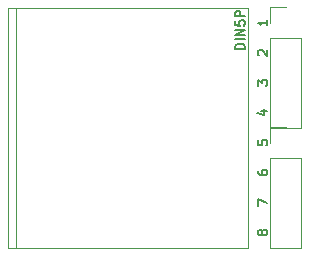
<source format=gto>
G04 #@! TF.GenerationSoftware,KiCad,Pcbnew,(5.1.8)-1*
G04 #@! TF.CreationDate,2022-10-25T22:50:25+09:00*
G04 #@! TF.ProjectId,DIN8,44494e38-2e6b-4696-9361-645f70636258,rev?*
G04 #@! TF.SameCoordinates,PX48ab840PY9765530*
G04 #@! TF.FileFunction,Legend,Top*
G04 #@! TF.FilePolarity,Positive*
%FSLAX46Y46*%
G04 Gerber Fmt 4.6, Leading zero omitted, Abs format (unit mm)*
G04 Created by KiCad (PCBNEW (5.1.8)-1) date 2022-10-25 22:50:25*
%MOMM*%
%LPD*%
G01*
G04 APERTURE LIST*
%ADD10C,0.150000*%
%ADD11C,0.120000*%
G04 APERTURE END LIST*
D10*
X20046904Y17450000D02*
X19246904Y17450000D01*
X19246904Y17640477D01*
X19285000Y17754762D01*
X19361190Y17830953D01*
X19437380Y17869048D01*
X19589761Y17907143D01*
X19704047Y17907143D01*
X19856428Y17869048D01*
X19932619Y17830953D01*
X20008809Y17754762D01*
X20046904Y17640477D01*
X20046904Y17450000D01*
X20046904Y18250000D02*
X19246904Y18250000D01*
X20046904Y18630953D02*
X19246904Y18630953D01*
X20046904Y19088096D01*
X19246904Y19088096D01*
X19246904Y19850000D02*
X19246904Y19469048D01*
X19627857Y19430953D01*
X19589761Y19469048D01*
X19551666Y19545239D01*
X19551666Y19735715D01*
X19589761Y19811905D01*
X19627857Y19850000D01*
X19704047Y19888096D01*
X19894523Y19888096D01*
X19970714Y19850000D01*
X20008809Y19811905D01*
X20046904Y19735715D01*
X20046904Y19545239D01*
X20008809Y19469048D01*
X19970714Y19430953D01*
X20046904Y20230953D02*
X19246904Y20230953D01*
X19246904Y20535715D01*
X19285000Y20611905D01*
X19323095Y20650000D01*
X19399285Y20688096D01*
X19513571Y20688096D01*
X19589761Y20650000D01*
X19627857Y20611905D01*
X19665952Y20535715D01*
X19665952Y20230953D01*
X21494761Y1828810D02*
X21456666Y1752620D01*
X21418571Y1714524D01*
X21342380Y1676429D01*
X21304285Y1676429D01*
X21228095Y1714524D01*
X21190000Y1752620D01*
X21151904Y1828810D01*
X21151904Y1981191D01*
X21190000Y2057381D01*
X21228095Y2095477D01*
X21304285Y2133572D01*
X21342380Y2133572D01*
X21418571Y2095477D01*
X21456666Y2057381D01*
X21494761Y1981191D01*
X21494761Y1828810D01*
X21532857Y1752620D01*
X21570952Y1714524D01*
X21647142Y1676429D01*
X21799523Y1676429D01*
X21875714Y1714524D01*
X21913809Y1752620D01*
X21951904Y1828810D01*
X21951904Y1981191D01*
X21913809Y2057381D01*
X21875714Y2095477D01*
X21799523Y2133572D01*
X21647142Y2133572D01*
X21570952Y2095477D01*
X21532857Y2057381D01*
X21494761Y1981191D01*
X21151904Y4178334D02*
X21151904Y4711667D01*
X21951904Y4368810D01*
X21151904Y7137381D02*
X21151904Y6985000D01*
X21190000Y6908810D01*
X21228095Y6870715D01*
X21342380Y6794524D01*
X21494761Y6756429D01*
X21799523Y6756429D01*
X21875714Y6794524D01*
X21913809Y6832620D01*
X21951904Y6908810D01*
X21951904Y7061191D01*
X21913809Y7137381D01*
X21875714Y7175477D01*
X21799523Y7213572D01*
X21609047Y7213572D01*
X21532857Y7175477D01*
X21494761Y7137381D01*
X21456666Y7061191D01*
X21456666Y6908810D01*
X21494761Y6832620D01*
X21532857Y6794524D01*
X21609047Y6756429D01*
X21151904Y9715477D02*
X21151904Y9334524D01*
X21532857Y9296429D01*
X21494761Y9334524D01*
X21456666Y9410715D01*
X21456666Y9601191D01*
X21494761Y9677381D01*
X21532857Y9715477D01*
X21609047Y9753572D01*
X21799523Y9753572D01*
X21875714Y9715477D01*
X21913809Y9677381D01*
X21951904Y9601191D01*
X21951904Y9410715D01*
X21913809Y9334524D01*
X21875714Y9296429D01*
X21418571Y12217381D02*
X21951904Y12217381D01*
X21113809Y12026905D02*
X21685238Y11836429D01*
X21685238Y12331667D01*
X21151904Y14338334D02*
X21151904Y14833572D01*
X21456666Y14566905D01*
X21456666Y14681191D01*
X21494761Y14757381D01*
X21532857Y14795477D01*
X21609047Y14833572D01*
X21799523Y14833572D01*
X21875714Y14795477D01*
X21913809Y14757381D01*
X21951904Y14681191D01*
X21951904Y14452620D01*
X21913809Y14376429D01*
X21875714Y14338334D01*
X21228095Y16916429D02*
X21190000Y16954524D01*
X21151904Y17030715D01*
X21151904Y17221191D01*
X21190000Y17297381D01*
X21228095Y17335477D01*
X21304285Y17373572D01*
X21380476Y17373572D01*
X21494761Y17335477D01*
X21951904Y16878334D01*
X21951904Y17373572D01*
X21951904Y19913572D02*
X21951904Y19456429D01*
X21951904Y19685000D02*
X21151904Y19685000D01*
X21266190Y19608810D01*
X21342380Y19532620D01*
X21380476Y19456429D01*
D11*
X635000Y20955000D02*
X635000Y635000D01*
X22165000Y575000D02*
X24825000Y575000D01*
X22165000Y8255000D02*
X22165000Y575000D01*
X24825000Y8255000D02*
X24825000Y575000D01*
X22165000Y8255000D02*
X24825000Y8255000D01*
X22165000Y9525000D02*
X22165000Y10855000D01*
X22165000Y10855000D02*
X23495000Y10855000D01*
X22165000Y10735000D02*
X24825000Y10735000D01*
X22165000Y18415000D02*
X22165000Y10735000D01*
X24825000Y18415000D02*
X24825000Y10735000D01*
X22165000Y18415000D02*
X24825000Y18415000D01*
X22165000Y19685000D02*
X22165000Y21015000D01*
X22165000Y21015000D02*
X23495000Y21015000D01*
X20320000Y20955000D02*
X0Y20955000D01*
X20320000Y635000D02*
X20320000Y20955000D01*
X0Y635000D02*
X20320000Y635000D01*
X0Y20955000D02*
X0Y635000D01*
M02*

</source>
